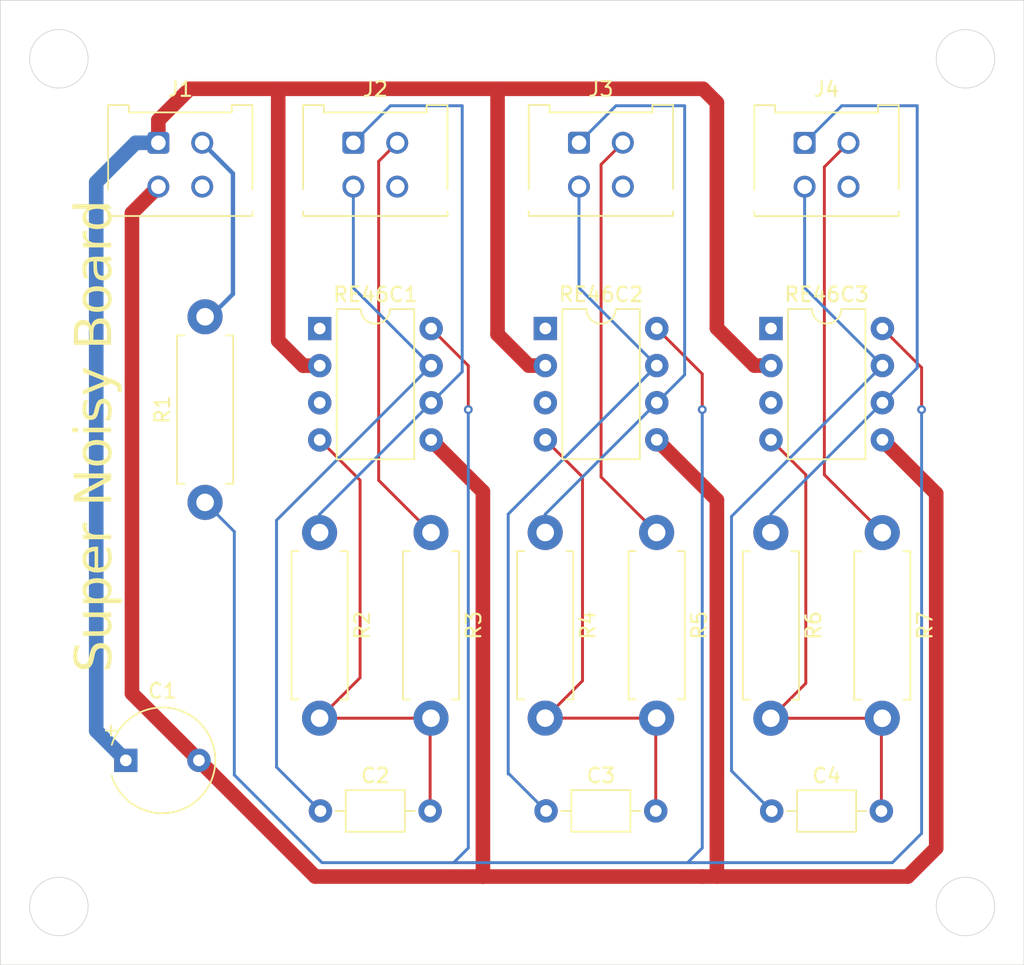
<source format=kicad_pcb>
(kicad_pcb (version 20221018) (generator pcbnew)
  (layers (0 "F.Cu" signal) (31 "B.Cu" signal) (34 "B.Paste" user) (35 "F.Paste" user) (36 "B.SilkS" user "B.Silkscreen") (37 "F.SilkS" user "F.Silkscreen") (38 "B.Mask" user) (39 "F.Mask" user) (44 "Edge.Cuts" user))
  (net 0 "")
  (net 1 "VDC")
  (net 2 "GND")
  (net 3 "Speaker1_M")
  (net 4 "Net-(RE46C1-FEED)")
  (net 5 "Speaker2_M")
  (net 6 "Net-(RE46C2-FEED)")
  (net 7 "Speaker3_M")
  (net 8 "Net-(RE46C3-FEED)")
  (net 9 "Enable")
  (net 11 "Speaker1_G")
  (net 12 "Speaker1_F")
  (net 14 "Speaker2_G")
  (net 15 "Speaker2_F")
  (net 17 "Speaker3_G")
  (net 18 "Speaker3_F")
  (net 22 "Net-(RE46C1-HRNEN)")
  (footprint "Package_DIP:DIP-8_W7.62mm" (layer "F.Cu") (at 149.7 59.45)
    (fp_text reference "RE46C3" (at 3.81 -2.33) (layer "F.SilkS"))
    (fp_text value "~")
    (fp_line (start 1.16 -1.33) (end 1.16 8.95) (stroke (width 0.12)) (layer "F.SilkS"))
    (fp_line (start 1.16 8.95) (end 6.46 8.95) (stroke (width 0.12)) (layer "F.SilkS"))
    (fp_line (start 2.81 -1.33) (end 1.16 -1.33) (stroke (width 0.12)) (layer "F.SilkS"))
    (fp_line (start 6.46 -1.33) (end 4.81 -1.33) (stroke (width 0.12)) (layer "F.SilkS"))
    (fp_line (start 6.46 8.95) (end 6.46 -1.33) (stroke (width 0.12)) (layer "F.SilkS"))
    (fp_arc (start 4.81 -1.33) (mid 3.81 -0.33) (end 2.81 -1.33) (stroke (width 0.12)) (layer "F.SilkS"))
    (pad "1" thru_hole rect (at 0 0) (size 1.6 1.6) (drill 0.8) (layers "*.Cu" "*.Mask"))
    (pad "2" thru_hole oval (at 0 2.54) (size 1.6 1.6) (drill 0.8) (layers "*.Cu" "*.Mask") (net 1 "VDC"))
    (pad "3" thru_hole oval (at 0 5.08) (size 1.6 1.6) (drill 0.8) (layers "*.Cu" "*.Mask"))
    (pad "4" thru_hole oval (at 0 7.62) (size 1.6 1.6) (drill 0.8) (layers "*.Cu" "*.Mask") (net 8 "Net-(RE46C3-FEED)"))
    (pad "5" thru_hole oval (at 7.62 7.62) (size 1.6 1.6) (drill 0.8) (layers "*.Cu" "*.Mask") (net 2 "GND"))
    (pad "6" thru_hole oval (at 7.62 5.08) (size 1.6 1.6) (drill 0.8) (layers "*.Cu" "*.Mask") (net 17 "Speaker3_G"))
    (pad "7" thru_hole oval (at 7.62 2.54) (size 1.6 1.6) (drill 0.8) (layers "*.Cu" "*.Mask") (net 7 "Speaker3_M"))
    (pad "8" thru_hole oval (at 7.62 0) (size 1.6 1.6) (drill 0.8) (layers "*.Cu" "*.Mask") (net 22 "Net-(RE46C1-HRNEN)"))
  )
  (footprint "Resistor_THT:R_Axial_DIN0411_L9.9mm_D3.6mm_P12.70mm_Horizontal" (layer "F.Cu") (at 149.69 73.42 -90)
    (fp_text reference "R6" (at 6.35 -2.92 90) (layer "F.SilkS"))
    (fp_text value "1.5M")
    (fp_line (start 1.28 -1.92) (end 11.42 -1.92) (stroke (width 0.12)) (layer "F.SilkS"))
    (fp_line (start 1.28 -1.44) (end 1.28 -1.92) (stroke (width 0.12)) (layer "F.SilkS"))
    (fp_line (start 1.28 1.44) (end 1.28 1.92) (stroke (width 0.12)) (layer "F.SilkS"))
    (fp_line (start 1.28 1.92) (end 11.42 1.92) (stroke (width 0.12)) (layer "F.SilkS"))
    (fp_line (start 11.42 -1.92) (end 11.42 -1.44) (stroke (width 0.12)) (layer "F.SilkS"))
    (fp_line (start 11.42 1.92) (end 11.42 1.44) (stroke (width 0.12)) (layer "F.SilkS"))
    (pad "1" thru_hole circle (at 0 0 270) (size 2.4 2.4) (drill 1.2) (layers "*.Cu" "*.Mask") (net 17 "Speaker3_G"))
    (pad "2" thru_hole oval (at 12.7 0 270) (size 2.4 2.4) (drill 1.2) (layers "*.Cu" "*.Mask") (net 8 "Net-(RE46C3-FEED)"))
  )
  (footprint "Connector_Molex:Molex_Micro-Fit_3.0_43045-0412_2x02_P3.00mm_Vertical" (layer "F.Cu") (at 121.14 46.745)
    (fp_text reference "J2" (at 1.5 -3.67) (layer "F.SilkS"))
    (fp_text value "Conn_01x04_Pin")
    (fp_line (start -3.435 -2.58) (end -2.015 -2.58) (stroke (width 0.12)) (layer "F.SilkS"))
    (fp_line (start -3.435 3.18) (end -3.435 -2.58) (stroke (width 0.12)) (layer "F.SilkS"))
    (fp_line (start -3.435 4.7) (end -3.435 5.01) (stroke (width 0.12)) (layer "F.SilkS"))
    (fp_line (start -3.435 5.01) (end 6.435 5.01) (stroke (width 0.12)) (layer "F.SilkS"))
    (fp_line (start -2.015 -2.58) (end -2.015 -2.08) (stroke (width 0.12)) (layer "F.SilkS"))
    (fp_line (start -2.015 -2.08) (end 5.015 -2.08) (stroke (width 0.12)) (layer "F.SilkS"))
    (fp_line (start 5.015 -2.58) (end 6.435 -2.58) (stroke (width 0.12)) (layer "F.SilkS"))
    (fp_line (start 5.015 -2.08) (end 5.015 -2.58) (stroke (width 0.12)) (layer "F.SilkS"))
    (fp_line (start 6.435 -2.58) (end 6.435 3.18) (stroke (width 0.12)) (layer "F.SilkS"))
    (fp_line (start 6.435 5.01) (end 6.435 4.7) (stroke (width 0.12)) (layer "F.SilkS"))
    (pad "" np_thru_hole circle (at -3 3.94) (size 1 1) (drill 1) (layers "*.Cu" "*.Mask"))
    (pad "" np_thru_hole circle (at 6 3.94) (size 1 1) (drill 1) (layers "*.Cu" "*.Mask"))
    (pad "1" thru_hole roundrect (at 0 0) (size 1.5 1.5) (drill 1) (layers "*.Cu" "*.Mask") (roundrect_rratio 0.166667) (net 11 "Speaker1_G"))
    (pad "2" thru_hole circle (at 3 0) (size 1.5 1.5) (drill 1) (layers "*.Cu" "*.Mask") (net 12 "Speaker1_F"))
    (pad "3" thru_hole circle (at 0 3) (size 1.5 1.5) (drill 1) (layers "*.Cu" "*.Mask") (net 3 "Speaker1_M"))
    (pad "4" thru_hole circle (at 3 3) (size 1.5 1.5) (drill 1) (layers "*.Cu" "*.Mask"))
  )
  (footprint "Resistor_THT:R_Axial_DIN0411_L9.9mm_D3.6mm_P12.70mm_Horizontal" (layer "F.Cu") (at 134.26 73.41 -90)
    (fp_text reference "R4" (at 6.35 -2.92 90) (layer "F.SilkS"))
    (fp_text value "1.5M")
    (fp_line (start 1.28 -1.92) (end 11.42 -1.92) (stroke (width 0.12)) (layer "F.SilkS"))
    (fp_line (start 1.28 -1.44) (end 1.28 -1.92) (stroke (width 0.12)) (layer "F.SilkS"))
    (fp_line (start 1.28 1.44) (end 1.28 1.92) (stroke (width 0.12)) (layer "F.SilkS"))
    (fp_line (start 1.28 1.92) (end 11.42 1.92) (stroke (width 0.12)) (layer "F.SilkS"))
    (fp_line (start 11.42 -1.92) (end 11.42 -1.44) (stroke (width 0.12)) (layer "F.SilkS"))
    (fp_line (start 11.42 1.92) (end 11.42 1.44) (stroke (width 0.12)) (layer "F.SilkS"))
    (pad "1" thru_hole circle (at 0 0 270) (size 2.4 2.4) (drill 1.2) (layers "*.Cu" "*.Mask") (net 14 "Speaker2_G"))
    (pad "2" thru_hole oval (at 12.7 0 270) (size 2.4 2.4) (drill 1.2) (layers "*.Cu" "*.Mask") (net 6 "Net-(RE46C2-FEED)"))
  )
  (footprint "Connector_Molex:Molex_Micro-Fit_3.0_43045-0412_2x02_P3.00mm_Vertical" (layer "F.Cu") (at 107.805 46.745)
    (fp_text reference "J1" (at 1.5 -3.67) (layer "F.SilkS"))
    (fp_text value "Conn_01x04_Pin")
    (fp_line (start -3.435 -2.58) (end -2.015 -2.58) (stroke (width 0.12)) (layer "F.SilkS"))
    (fp_line (start -3.435 3.18) (end -3.435 -2.58) (stroke (width 0.12)) (layer "F.SilkS"))
    (fp_line (start -3.435 4.7) (end -3.435 5.01) (stroke (width 0.12)) (layer "F.SilkS"))
    (fp_line (start -3.435 5.01) (end 6.435 5.01) (stroke (width 0.12)) (layer "F.SilkS"))
    (fp_line (start -2.015 -2.58) (end -2.015 -2.08) (stroke (width 0.12)) (layer "F.SilkS"))
    (fp_line (start -2.015 -2.08) (end 5.015 -2.08) (stroke (width 0.12)) (layer "F.SilkS"))
    (fp_line (start 5.015 -2.58) (end 6.435 -2.58) (stroke (width 0.12)) (layer "F.SilkS"))
    (fp_line (start 5.015 -2.08) (end 5.015 -2.58) (stroke (width 0.12)) (layer "F.SilkS"))
    (fp_line (start 6.435 -2.58) (end 6.435 3.18) (stroke (width 0.12)) (layer "F.SilkS"))
    (fp_line (start 6.435 5.01) (end 6.435 4.7) (stroke (width 0.12)) (layer "F.SilkS"))
    (pad "" np_thru_hole circle (at -3 3.94) (size 1 1) (drill 1) (layers "*.Cu" "*.Mask"))
    (pad "" np_thru_hole circle (at 6 3.94) (size 1 1) (drill 1) (layers "*.Cu" "*.Mask"))
    (pad "1" thru_hole roundrect (at 0 0) (size 1.5 1.5) (drill 1) (layers "*.Cu" "*.Mask") (roundrect_rratio 0.166667) (net 1 "VDC"))
    (pad "2" thru_hole circle (at 3 0) (size 1.5 1.5) (drill 1) (layers "*.Cu" "*.Mask") (net 9 "Enable"))
    (pad "3" thru_hole circle (at 0 3) (size 1.5 1.5) (drill 1) (layers "*.Cu" "*.Mask") (net 2 "GND"))
    (pad "4" thru_hole circle (at 3 3) (size 1.5 1.5) (drill 1) (layers "*.Cu" "*.Mask"))
  )
  (footprint "Capacitor_THT:CP_Radial_Tantal_D7.0mm_P5.00mm" (layer "F.Cu") (at 105.579862 89)
    (fp_text reference "C1" (at 2.5 -4.75) (layer "F.SilkS"))
    (fp_text value "1uF/50V")
    (fp_line (start -1.374723 -2.035) (end -0.674723 -2.035) (stroke (width 0.12)) (layer "F.SilkS"))
    (fp_line (start -1.024723 -2.385) (end -1.024723 -1.685) (stroke (width 0.12)) (layer "F.SilkS"))
    (fp_arc (start -0.961329 -1.06) (mid 6.12 0) (end -0.961329 1.06) (stroke (width 0.12)) (layer "F.SilkS"))
    (pad "1" thru_hole rect (at 0 0) (size 1.6 1.6) (drill 0.8) (layers "*.Cu" "*.Mask") (net 1 "VDC"))
    (pad "2" thru_hole circle (at 5 0) (size 1.6 1.6) (drill 0.8) (layers "*.Cu" "*.Mask") (net 2 "GND"))
  )
  (footprint "Connector_Molex:Molex_Micro-Fit_3.0_43045-0412_2x02_P3.00mm_Vertical" (layer "F.Cu") (at 136.57 46.74)
    (fp_text reference "J3" (at 1.5 -3.67) (layer "F.SilkS"))
    (fp_text value "Conn_01x04_Pin")
    (fp_line (start -3.435 -2.58) (end -2.015 -2.58) (stroke (width 0.12)) (layer "F.SilkS"))
    (fp_line (start -3.435 3.18) (end -3.435 -2.58) (stroke (width 0.12)) (layer "F.SilkS"))
    (fp_line (start -3.435 4.7) (end -3.435 5.01) (stroke (width 0.12)) (layer "F.SilkS"))
    (fp_line (start -3.435 5.01) (end 6.435 5.01) (stroke (width 0.12)) (layer "F.SilkS"))
    (fp_line (start -2.015 -2.58) (end -2.015 -2.08) (stroke (width 0.12)) (layer "F.SilkS"))
    (fp_line (start -2.015 -2.08) (end 5.015 -2.08) (stroke (width 0.12)) (layer "F.SilkS"))
    (fp_line (start 5.015 -2.58) (end 6.435 -2.58) (stroke (width 0.12)) (layer "F.SilkS"))
    (fp_line (start 5.015 -2.08) (end 5.015 -2.58) (stroke (width 0.12)) (layer "F.SilkS"))
    (fp_line (start 6.435 -2.58) (end 6.435 3.18) (stroke (width 0.12)) (layer "F.SilkS"))
    (fp_line (start 6.435 5.01) (end 6.435 4.7) (stroke (width 0.12)) (layer "F.SilkS"))
    (pad "" np_thru_hole circle (at -3 3.94) (size 1 1) (drill 1) (layers "*.Cu" "*.Mask"))
    (pad "" np_thru_hole circle (at 6 3.94) (size 1 1) (drill 1) (layers "*.Cu" "*.Mask"))
    (pad "1" thru_hole roundrect (at 0 0) (size 1.5 1.5) (drill 1) (layers "*.Cu" "*.Mask") (roundrect_rratio 0.166667) (net 14 "Speaker2_G"))
    (pad "2" thru_hole circle (at 3 0) (size 1.5 1.5) (drill 1) (layers "*.Cu" "*.Mask") (net 15 "Speaker2_F"))
    (pad "3" thru_hole circle (at 0 3) (size 1.5 1.5) (drill 1) (layers "*.Cu" "*.Mask") (net 5 "Speaker2_M"))
    (pad "4" thru_hole circle (at 3 3) (size 1.5 1.5) (drill 1) (layers "*.Cu" "*.Mask"))
  )
  (footprint "Resistor_THT:R_Axial_DIN0411_L9.9mm_D3.6mm_P12.70mm_Horizontal" (layer "F.Cu") (at 157.31 73.42 -90)
    (fp_text reference "R7" (at 6.35 -2.92 90) (layer "F.SilkS"))
    (fp_text value "150k")
    (fp_line (start 1.28 -1.92) (end 11.42 -1.92) (stroke (width 0.12)) (layer "F.SilkS"))
    (fp_line (start 1.28 -1.44) (end 1.28 -1.92) (stroke (width 0.12)) (layer "F.SilkS"))
    (fp_line (start 1.28 1.44) (end 1.28 1.92) (stroke (width 0.12)) (layer "F.SilkS"))
    (fp_line (start 1.28 1.92) (end 11.42 1.92) (stroke (width 0.12)) (layer "F.SilkS"))
    (fp_line (start 11.42 -1.92) (end 11.42 -1.44) (stroke (width 0.12)) (layer "F.SilkS"))
    (fp_line (start 11.42 1.92) (end 11.42 1.44) (stroke (width 0.12)) (layer "F.SilkS"))
    (pad "1" thru_hole circle (at 0 0 270) (size 2.4 2.4) (drill 1.2) (layers "*.Cu" "*.Mask") (net 18 "Speaker3_F"))
    (pad "2" thru_hole oval (at 12.7 0 270) (size 2.4 2.4) (drill 1.2) (layers "*.Cu" "*.Mask") (net 8 "Net-(RE46C3-FEED)"))
  )
  (footprint "Capacitor_THT:C_Axial_L3.8mm_D2.6mm_P7.50mm_Horizontal" (layer "F.Cu") (at 118.89 92.465)
    (fp_text reference "C2" (at 3.75 -2.42) (layer "F.SilkS"))
    (fp_text value "1200pF")
    (fp_line (start 1.04 0) (end 1.73 0) (stroke (width 0.12)) (layer "F.SilkS"))
    (fp_line (start 1.73 -1.42) (end 1.73 1.42) (stroke (width 0.12)) (layer "F.SilkS"))
    (fp_line (start 1.73 1.42) (end 5.77 1.42) (stroke (width 0.12)) (layer "F.SilkS"))
    (fp_line (start 5.77 -1.42) (end 1.73 -1.42) (stroke (width 0.12)) (layer "F.SilkS"))
    (fp_line (start 5.77 1.42) (end 5.77 -1.42) (stroke (width 0.12)) (layer "F.SilkS"))
    (fp_line (start 6.46 0) (end 5.77 0) (stroke (width 0.12)) (layer "F.SilkS"))
    (pad "1" thru_hole circle (at 0 0) (size 1.6 1.6) (drill 0.8) (layers "*.Cu" "*.Mask") (net 3 "Speaker1_M"))
    (pad "2" thru_hole oval (at 7.5 0) (size 1.6 1.6) (drill 0.8) (layers "*.Cu" "*.Mask") (net 4 "Net-(RE46C1-FEED)"))
  )
  (footprint "Connector_Molex:Molex_Micro-Fit_3.0_43045-0412_2x02_P3.00mm_Vertical" (layer "F.Cu") (at 152 46.75)
    (fp_text reference "J4" (at 1.5 -3.67) (layer "F.SilkS"))
    (fp_text value "Conn_01x04_Pin")
    (fp_line (start -3.435 -2.58) (end -2.015 -2.58) (stroke (width 0.12)) (layer "F.SilkS"))
    (fp_line (start -3.435 3.18) (end -3.435 -2.58) (stroke (width 0.12)) (layer "F.SilkS"))
    (fp_line (start -3.435 4.7) (end -3.435 5.01) (stroke (width 0.12)) (layer "F.SilkS"))
    (fp_line (start -3.435 5.01) (end 6.435 5.01) (stroke (width 0.12)) (layer "F.SilkS"))
    (fp_line (start -2.015 -2.58) (end -2.015 -2.08) (stroke (width 0.12)) (layer "F.SilkS"))
    (fp_line (start -2.015 -2.08) (end 5.015 -2.08) (stroke (width 0.12)) (layer "F.SilkS"))
    (fp_line (start 5.015 -2.58) (end 6.435 -2.58) (stroke (width 0.12)) (layer "F.SilkS"))
    (fp_line (start 5.015 -2.08) (end 5.015 -2.58) (stroke (width 0.12)) (layer "F.SilkS"))
    (fp_line (start 6.435 -2.58) (end 6.435 3.18) (stroke (width 0.12)) (layer "F.SilkS"))
    (fp_line (start 6.435 5.01) (end 6.435 4.7) (stroke (width 0.12)) (layer "F.SilkS"))
    (pad "" np_thru_hole circle (at -3 3.94) (size 1 1) (drill 1) (layers "*.Cu" "*.Mask"))
    (pad "" np_thru_hole circle (at 6 3.94) (size 1 1) (drill 1) (layers "*.Cu" "*.Mask"))
    (pad "1" thru_hole roundrect (at 0 0) (size 1.5 1.5) (drill 1) (layers "*.Cu" "*.Mask") (roundrect_rratio 0.166667) (net 17 "Speaker3_G"))
    (pad "2" thru_hole circle (at 3 0) (size 1.5 1.5) (drill 1) (layers "*.Cu" "*.Mask") (net 18 "Speaker3_F"))
    (pad "3" thru_hole circle (at 0 3) (size 1.5 1.5) (drill 1) (layers "*.Cu" "*.Mask") (net 7 "Speaker3_M"))
    (pad "4" thru_hole circle (at 3 3) (size 1.5 1.5) (drill 1) (layers "*.Cu" "*.Mask"))
  )
  (footprint "Capacitor_THT:C_Axial_L3.8mm_D2.6mm_P7.50mm_Horizontal" (layer "F.Cu") (at 134.32 92.46)
    (fp_text reference "C3" (at 3.75 -2.42) (layer "F.SilkS"))
    (fp_text value "1200pF")
    (fp_line (start 1.04 0) (end 1.73 0) (stroke (width 0.12)) (layer "F.SilkS"))
    (fp_line (start 1.73 -1.42) (end 1.73 1.42) (stroke (width 0.12)) (layer "F.SilkS"))
    (fp_line (start 1.73 1.42) (end 5.77 1.42) (stroke (width 0.12)) (layer "F.SilkS"))
    (fp_line (start 5.77 -1.42) (end 1.73 -1.42) (stroke (width 0.12)) (layer "F.SilkS"))
    (fp_line (start 5.77 1.42) (end 5.77 -1.42) (stroke (width 0.12)) (layer "F.SilkS"))
    (fp_line (start 6.46 0) (end 5.77 0) (stroke (width 0.12)) (layer "F.SilkS"))
    (pad "1" thru_hole circle (at 0 0) (size 1.6 1.6) (drill 0.8) (layers "*.Cu" "*.Mask") (net 5 "Speaker2_M"))
    (pad "2" thru_hole oval (at 7.5 0) (size 1.6 1.6) (drill 0.8) (layers "*.Cu" "*.Mask") (net 6 "Net-(RE46C2-FEED)"))
  )
  (footprint "Capacitor_THT:C_Axial_L3.8mm_D2.6mm_P7.50mm_Horizontal" (layer "F.Cu") (at 149.75 92.47)
    (fp_text reference "C4" (at 3.75 -2.42) (layer "F.SilkS"))
    (fp_text value "1200pF")
    (fp_line (start 1.04 0) (end 1.73 0) (stroke (width 0.12)) (layer "F.SilkS"))
    (fp_line (start 1.73 -1.42) (end 1.73 1.42) (stroke (width 0.12)) (layer "F.SilkS"))
    (fp_line (start 1.73 1.42) (end 5.77 1.42) (stroke (width 0.12)) (layer "F.SilkS"))
    (fp_line (start 5.77 -1.42) (end 1.73 -1.42) (stroke (width 0.12)) (layer "F.SilkS"))
    (fp_line (start 5.77 1.42) (end 5.77 -1.42) (stroke (width 0.12)) (layer "F.SilkS"))
    (fp_line (start 6.46 0) (end 5.77 0) (stroke (width 0.12)) (layer "F.SilkS"))
    (pad "1" thru_hole circle (at 0 0) (size 1.6 1.6) (drill 0.8) (layers "*.Cu" "*.Mask") (net 7 "Speaker3_M"))
    (pad "2" thru_hole oval (at 7.5 0) (size 1.6 1.6) (drill 0.8) (layers "*.Cu" "*.Mask") (net 8 "Net-(RE46C3-FEED)"))
  )
  (footprint "Resistor_THT:R_Axial_DIN0411_L9.9mm_D3.6mm_P12.70mm_Horizontal" (layer "F.Cu") (at 141.88 73.41 -90)
    (fp_text reference "R5" (at 6.35 -2.92 90) (layer "F.SilkS"))
    (fp_text value "150k")
    (fp_line (start 1.28 -1.92) (end 11.42 -1.92) (stroke (width 0.12)) (layer "F.SilkS"))
    (fp_line (start 1.28 -1.44) (end 1.28 -1.92) (stroke (width 0.12)) (layer "F.SilkS"))
    (fp_line (start 1.28 1.44) (end 1.28 1.92) (stroke (width 0.12)) (layer "F.SilkS"))
    (fp_line (start 1.28 1.92) (end 11.42 1.92) (stroke (width 0.12)) (layer "F.SilkS"))
    (fp_line (start 11.42 -1.92) (end 11.42 -1.44) (stroke (width 0.12)) (layer "F.SilkS"))
    (fp_line (start 11.42 1.92) (end 11.42 1.44) (stroke (width 0.12)) (layer "F.SilkS"))
    (pad "1" thru_hole circle (at 0 0 270) (size 2.4 2.4) (drill 1.2) (layers "*.Cu" "*.Mask") (net 15 "Speaker2_F"))
    (pad "2" thru_hole oval (at 12.7 0 270) (size 2.4 2.4) (drill 1.2) (layers "*.Cu" "*.Mask") (net 6 "Net-(RE46C2-FEED)"))
  )
  (footprint "Resistor_THT:R_Axial_DIN0411_L9.9mm_D3.6mm_P12.70mm_Horizontal" (layer "F.Cu") (at 126.45 73.415 -90)
    (fp_text reference "R3" (at 6.35 -2.92 90) (layer "F.SilkS"))
    (fp_text value "150k")
    (fp_line (start 1.28 -1.92) (end 11.42 -1.92) (stroke (width 0.12)) (layer "F.SilkS"))
    (fp_line (start 1.28 -1.44) (end 1.28 -1.92) (stroke (width 0.12)) (layer "F.SilkS"))
    (fp_line (start 1.28 1.44) (end 1.28 1.92) (stroke (width 0.12)) (layer "F.SilkS"))
    (fp_line (start 1.28 1.92) (end 11.42 1.92) (stroke (width 0.12)) (layer "F.SilkS"))
    (fp_line (start 11.42 -1.92) (end 11.42 -1.44) (stroke (width 0.12)) (layer "F.SilkS"))
    (fp_line (start 11.42 1.92) (end 11.42 1.44) (stroke (width 0.12)) (layer "F.SilkS"))
    (pad "1" thru_hole circle (at 0 0 270) (size 2.4 2.4) (drill 1.2) (layers "*.Cu" "*.Mask") (net 12 "Speaker1_F"))
    (pad "2" thru_hole oval (at 12.7 0 270) (size 2.4 2.4) (drill 1.2) (layers "*.Cu" "*.Mask") (net 4 "Net-(RE46C1-FEED)"))
  )
  (footprint "Package_DIP:DIP-8_W7.62mm" (layer "F.Cu") (at 118.84 59.455)
    (fp_text reference "RE46C1" (at 3.81 -2.33) (layer "F.SilkS"))
    (fp_text value "~")
    (fp_line (start 1.16 -1.33) (end 1.16 8.95) (stroke (width 0.12)) (layer "F.SilkS"))
    (fp_line (start 1.16 8.95) (end 6.46 8.95) (stroke (width 0.12)) (layer "F.SilkS"))
    (fp_line (start 2.81 -1.33) (end 1.16 -1.33) (stroke (width 0.12)) (layer "F.SilkS"))
    (fp_line (start 6.46 -1.33) (end 4.81 -1.33) (stroke (width 0.12)) (layer "F.SilkS"))
    (fp_line (start 6.46 8.95) (end 6.46 -1.33) (stroke (width 0.12)) (layer "F.SilkS"))
    (fp_arc (start 4.81 -1.33) (mid 3.81 -0.33) (end 2.81 -1.33) (stroke (width 0.12)) (layer "F.SilkS"))
    (pad "1" thru_hole rect (at 0 0) (size 1.6 1.6) (drill 0.8) (layers "*.Cu" "*.Mask"))
    (pad "2" thru_hole oval (at 0 2.54) (size 1.6 1.6) (drill 0.8) (layers "*.Cu" "*.Mask") (net 1 "VDC"))
    (pad "3" thru_hole oval (at 0 5.08) (size 1.6 1.6) (drill 0.8) (layers "*.Cu" "*.Mask"))
    (pad "4" thru_hole oval (at 0 7.62) (size 1.6 1.6) (drill 0.8) (layers "*.Cu" "*.Mask") (net 4 "Net-(RE46C1-FEED)"))
    (pad "5" thru_hole oval (at 7.62 7.62) (size 1.6 1.6) (drill 0.8) (layers "*.Cu" "*.Mask") (net 2 "GND"))
    (pad "6" thru_hole oval (at 7.62 5.08) (size 1.6 1.6) (drill 0.8) (layers "*.Cu" "*.Mask") (net 11 "Speaker1_G"))
    (pad "7" thru_hole oval (at 7.62 2.54) (size 1.6 1.6) (drill 0.8) (layers "*.Cu" "*.Mask") (net 3 "Speaker1_M"))
    (pad "8" thru_hole oval (at 7.62 0) (size 1.6 1.6) (drill 0.8) (layers "*.Cu" "*.Mask") (net 22 "Net-(RE46C1-HRNEN)"))
  )
  (footprint "Resistor_THT:R_Axial_DIN0411_L9.9mm_D3.6mm_P12.70mm_Horizontal" (layer "F.Cu") (at 111 71.35 90)
    (fp_text reference "R1" (at 6.35 -2.92 90) (layer "F.SilkS"))
    (fp_text value "10K")
    (fp_line (start 1.28 -1.92) (end 11.42 -1.92) (stroke (width 0.12)) (layer "F.SilkS"))
    (fp_line (start 1.28 -1.44) (end 1.28 -1.92) (stroke (width 0.12)) (layer "F.SilkS"))
    (fp_line (start 1.28 1.44) (end 1.28 1.92) (stroke (width 0.12)) (layer "F.SilkS"))
    (fp_line (start 1.28 1.92) (end 11.42 1.92) (stroke (width 0.12)) (layer "F.SilkS"))
    (fp_line (start 11.42 -1.92) (end 11.42 -1.44) (stroke (width 0.12)) (layer "F.SilkS"))
    (fp_line (start 11.42 1.92) (end 11.42 1.44) (stroke (width 0.12)) (layer "F.SilkS"))
    (pad "1" thru_hole circle (at 0 0 90) (size 2.4 2.4) (drill 1.2) (layers "*.Cu" "*.Mask") (net 22 "Net-(RE46C1-HRNEN)"))
    (pad "2" thru_hole oval (at 12.7 0 90) (size 2.4 2.4) (drill 1.2) (layers "*.Cu" "*.Mask") (net 9 "Enable"))
  )
  (footprint "Resistor_THT:R_Axial_DIN0411_L9.9mm_D3.6mm_P12.70mm_Horizontal" (layer "F.Cu") (at 118.83 73.415 -90)
    (fp_text reference "R2" (at 6.35 -2.92 90) (layer "F.SilkS"))
    (fp_text value "1.5M")
    (fp_line (start 1.28 -1.92) (end 11.42 -1.92) (stroke (width 0.12)) (layer "F.SilkS"))
    (fp_line (start 1.28 -1.44) (end 1.28 -1.92) (stroke (width 0.12)) (layer "F.SilkS"))
    (fp_line (start 1.28 1.44) (end 1.28 1.92) (stroke (width 0.12)) (layer "F.SilkS"))
    (fp_line (start 1.28 1.92) (end 11.42 1.92) (stroke (width 0.12)) (layer "F.SilkS"))
    (fp_line (start 11.42 -1.92) (end 11.42 -1.44) (stroke (width 0.12)) (layer "F.SilkS"))
    (fp_line (start 11.42 1.92) (end 11.42 1.44) (stroke (width 0.12)) (layer "F.SilkS"))
    (pad "1" thru_hole circle (at 0 0 270) (size 2.4 2.4) (drill 1.2) (layers "*.Cu" "*.Mask") (net 11 "Speaker1_G"))
    (pad "2" thru_hole oval (at 12.7 0 270) (size 2.4 2.4) (drill 1.2) (layers "*.Cu" "*.Mask") (net 4 "Net-(RE46C1-FEED)"))
  )
  (footprint "Package_DIP:DIP-8_W7.62mm" (layer "F.Cu") (at 134.27 59.45)
    (fp_text reference "RE46C2" (at 3.81 -2.33) (layer "F.SilkS"))
    (fp_text value "~")
    (fp_line (start 1.16 -1.33) (end 1.16 8.95) (stroke (width 0.12)) (layer "F.SilkS"))
    (fp_line (start 1.16 8.95) (end 6.46 8.95) (stroke (width 0.12)) (layer "F.SilkS"))
    (fp_line (start 2.81 -1.33) (end 1.16 -1.33) (stroke (width 0.12)) (layer "F.SilkS"))
    (fp_line (start 6.46 -1.33) (end 4.81 -1.33) (stroke (width 0.12)) (layer "F.SilkS"))
    (fp_line (start 6.46 8.95) (end 6.46 -1.33) (stroke (width 0.12)) (layer "F.SilkS"))
    (fp_arc (start 4.81 -1.33) (mid 3.81 -0.33) (end 2.81 -1.33) (stroke (width 0.12)) (layer "F.SilkS"))
    (pad "1" thru_hole rect (at 0 0) (size 1.6 1.6) (drill 0.8) (layers "*.Cu" "*.Mask"))
    (pad "2" thru_hole oval (at 0 2.54) (size 1.6 1.6) (drill 0.8) (layers "*.Cu" "*.Mask") (net 1 "VDC"))
    (pad "3" thru_hole oval (at 0 5.08) (size 1.6 1.6) (drill 0.8) (layers "*.Cu" "*.Mask"))
    (pad "4" thru_hole oval (at 0 7.62) (size 1.6 1.6) (drill 0.8) (layers "*.Cu" "*.Mask") (net 6 "Net-(RE46C2-FEED)"))
    (pad "5" thru_hole oval (at 7.62 7.62) (size 1.6 1.6) (drill 0.8) (layers "*.Cu" "*.Mask") (net 2 "GND"))
    (pad "6" thru_hole oval (at 7.62 5.08) (size 1.6 1.6) (drill 0.8) (layers "*.Cu" "*.Mask") (net 14 "Speaker2_G"))
    (pad "7" thru_hole oval (at 7.62 2.54) (size 1.6 1.6) (drill 0.8) (layers "*.Cu" "*.Mask") (net 5 "Speaker2_M"))
    (pad "8" thru_hole oval (at 7.62 0) (size 1.6 1.6) (drill 0.8) (layers "*.Cu" "*.Mask") (net 22 "Net-(RE46C1-HRNEN)"))
  )
  (gr_circle (center 163 41) (end 165 41) (stroke (width 0.05)) (fill none) (layer "Edge.Cuts"))
  (gr_circle (center 101 99) (end 103 99) (stroke (width 0.05)) (fill none) (layer "Edge.Cuts"))
  (gr_line (start 97 103) (end 167 103) (stroke (width 0.05)) (layer "Edge.Cuts"))
  (gr_circle (center 163 99) (end 165 99) (stroke (width 0.05)) (fill none) (layer "Edge.Cuts"))
  (gr_line (start 167 103) (end 167 37) (stroke (width 0.05)) (layer "Edge.Cuts"))
  (gr_line (start 167 37) (end 97 37) (stroke (width 0.05)) (layer "Edge.Cuts"))
  (gr_line (start 97 37) (end 97 103) (stroke (width 0.05)) (layer "Edge.Cuts"))
  (gr_circle (center 101 41) (end 103 41) (stroke (width 0.05)) (fill none) (layer "Edge.Cuts"))
  (gr_text "Super Noisy Board" (at 105 83 90) (layer "F.SilkS") (effects (font (size 2.5 2.5) (thickness 0.1)) (justify left bottom)))
  (segment (start 148.56863 61.99) (end 146 59.42137) (width 1) (layer "F.Cu") (net 1))
  (segment (start 117.70863 61.995) (end 116 60.28637) (width 1) (layer "F.Cu") (net 1))
  (segment (start 146 44) (end 145.05 43.05) (width 1) (layer "F.Cu") (net 1))
  (segment (start 116 60.28637) (end 116 43.05) (width 1) (layer "F.Cu") (net 1))
  (segment (start 116 43.05) (end 109.95 43.05) (width 1) (layer "F.Cu") (net 1))
  (segment (start 109.95 43.05) (end 107.805 45.195) (width 1) (layer "F.Cu") (net 1))
  (segment (start 145.05 43.05) (end 131 43.05) (width 1) (layer "F.Cu") (net 1))
  (segment (start 133.13863 61.99) (end 131 59.85137) (width 1) (layer "F.Cu") (net 1))
  (segment (start 146 59.42137) (end 146 44) (width 1) (layer "F.Cu") (net 1))
  (segment (start 131 43.05) (end 116 43.05) (width 1) (layer "F.Cu") (net 1))
  (segment (start 131 59.85137) (end 131 43.05) (width 1) (layer "F.Cu") (net 1))
  (segment (start 118.84 61.995) (end 117.70863 61.995) (width 1) (layer "F.Cu") (net 1))
  (segment (start 149.7 61.99) (end 148.56863 61.99) (width 1) (layer "F.Cu") (net 1))
  (segment (start 107.805 45.195) (end 107.805 46.745) (width 1) (layer "F.Cu") (net 1))
  (segment (start 134.27 61.99) (end 133.13863 61.99) (width 1) (layer "F.Cu") (net 1))
  (segment (start 103.555 49.445) (end 106.255 46.745) (width 1) (layer "B.Cu") (net 1))
  (segment (start 106.255 46.745) (end 107.805 46.745) (width 1) (layer "B.Cu") (net 1))
  (segment (start 103.555 86.975138) (end 103.555 49.445) (width 1) (layer "B.Cu") (net 1))
  (segment (start 105.579862 89) (end 103.555 86.975138) (width 1) (layer "B.Cu") (net 1))
  (segment (start 157.32 67.07) (end 161 70.75) (width 1) (layer "F.Cu") (net 2))
  (segment (start 141.89 67.07) (end 146 71.18) (width 1) (layer "F.Cu") (net 2))
  (segment (start 161 70.75) (end 161 95) (width 1) (layer "F.Cu") (net 2))
  (segment (start 130 96.95) (end 118.529862 96.95) (width 1) (layer "F.Cu") (net 2))
  (segment (start 106 51.55) (end 107.805 49.745) (width 1) (layer "F.Cu") (net 2))
  (segment (start 130 70.615) (end 130 96.95) (width 1) (layer "F.Cu") (net 2))
  (segment (start 159.05 96.95) (end 145 96.95) (width 1) (layer "F.Cu") (net 2))
  (segment (start 145 96.95) (end 130 96.95) (width 1) (layer "F.Cu") (net 2))
  (segment (start 146 71.18) (end 146 96.95) (width 1) (layer "F.Cu") (net 2))
  (segment (start 161 95) (end 159.05 96.95) (width 1) (layer "F.Cu") (net 2))
  (segment (start 126.46 67.075) (end 130 70.615) (width 1) (layer "F.Cu") (net 2))
  (segment (start 106 84.420138) (end 106 51.55) (width 1) (layer "F.Cu") (net 2))
  (segment (start 118.529862 96.95) (end 110.579862 89) (width 1) (layer "F.Cu") (net 2))
  (segment (start 110.579862 89) (end 106 84.420138) (width 1) (layer "F.Cu") (net 2))
  (segment (start 126.46 61.995) (end 121.14 56.675) (width 0.2) (layer "B.Cu") (net 3))
  (segment (start 121.14 56.675) (end 121.14 49.745) (width 0.2) (layer "B.Cu") (net 3))
  (segment (start 115.885 72.57) (end 126.46 61.995) (width 0.2) (layer "B.Cu") (net 3))
  (segment (start 118.89 92.465) (end 115.885 89.46) (width 0.2) (layer "B.Cu") (net 3))
  (segment (start 115.885 89.46) (end 115.885 72.57) (width 0.2) (layer "B.Cu") (net 3))
  (segment (start 121.6 69.835) (end 118.84 67.075) (width 0.2) (layer "F.Cu") (net 4))
  (segment (start 118.83 86.115) (end 121.6 83.345) (width 0.2) (layer "F.Cu") (net 4))
  (segment (start 126.45 86.115) (end 118.83 86.115) (width 0.2) (layer "F.Cu") (net 4))
  (segment (start 126.39 92.465) (end 126.39 86.175) (width 0.2) (layer "F.Cu") (net 4))
  (segment (start 121.6 83.345) (end 121.6 69.835) (width 0.2) (layer "F.Cu") (net 4))
  (segment (start 126.39 86.175) (end 126.45 86.115) (width 0.2) (layer "F.Cu") (net 4))
  (segment (start 131.73 89.93) (end 131.79 89.93) (width 0.2) (layer "B.Cu") (net 5))
  (segment (start 141.89 61.99) (end 136.57 56.67) (width 0.2) (layer "B.Cu") (net 5))
  (segment (start 131.79 89.93) (end 134.32 92.46) (width 0.2) (layer "B.Cu") (net 5))
  (segment (start 136.57 56.67) (end 136.57 49.74) (width 0.2) (layer "B.Cu") (net 5))
  (segment (start 131.73 72.15) (end 131.73 89.93) (width 0.2) (layer "B.Cu") (net 5))
  (segment (start 141.89 61.99) (end 131.73 72.15) (width 0.2) (layer "B.Cu") (net 5))
  (segment (start 136.81 69.61) (end 134.27 67.07) (width 0.2) (layer "F.Cu") (net 6))
  (segment (start 141.82 86.17) (end 141.88 86.11) (width 0.2) (layer "F.Cu") (net 6))
  (segment (start 134.26 86.11) (end 136.81 83.56) (width 0.2) (layer "F.Cu") (net 6))
  (segment (start 141.82 92.46) (end 141.82 86.17) (width 0.2) (layer "F.Cu") (net 6))
  (segment (start 136.81 83.56) (end 136.81 69.61) (width 0.2) (layer "F.Cu") (net 6))
  (segment (start 141.88 86.11) (end 134.26 86.11) (width 0.2) (layer "F.Cu") (net 6))
  (segment (start 152 56.67) (end 152 49.75) (width 0.2) (layer "B.Cu") (net 7))
  (segment (start 147 72.31) (end 157.32 61.99) (width 0.2) (layer "B.Cu") (net 7))
  (segment (start 147 89.72) (end 147 72.31) (width 0.2) (layer "B.Cu") (net 7))
  (segment (start 149.75 92.47) (end 147 89.72) (width 0.2) (layer "B.Cu") (net 7))
  (segment (start 157.32 61.99) (end 152 56.67) (width 0.2) (layer "B.Cu") (net 7))
  (segment (start 152.08 69.45) (end 149.7 67.07) (width 0.2) (layer "F.Cu") (net 8))
  (segment (start 157.25 92.47) (end 157.25 86.18) (width 0.2) (layer "F.Cu") (net 8))
  (segment (start 157.31 92.41) (end 157.25 92.47) (width 0.2) (layer "F.Cu") (net 8))
  (segment (start 157.25 86.18) (end 157.31 86.12) (width 0.2) (layer "F.Cu") (net 8))
  (segment (start 157.31 86.12) (end 149.69 86.12) (width 0.2) (layer "F.Cu") (net 8))
  (segment (start 149.69 86.12) (end 152.08 83.73) (width 0.2) (layer "F.Cu") (net 8))
  (segment (start 152.08 83.73) (end 152.08 69.45) (width 0.2) (layer "F.Cu") (net 8))
  (segment (start 111 58.65) (end 111 59) (width 0.3) (layer "B.Cu") (net 9))
  (segment (start 111 59) (end 112.905 57.095) (width 0.3) (layer "B.Cu") (net 9))
  (segment (start 112.905 57.095) (end 112.905 48.845) (width 0.3) (layer "B.Cu") (net 9))
  (segment (start 112.905 48.845) (end 110.805 46.745) (width 0.3) (layer "B.Cu") (net 9))
  (segment (start 128.585 44.21) (end 123.675 44.21) (width 0.2) (layer "B.Cu") (net 11))
  (segment (start 126.46 64.535) (end 128.585 62.41) (width 0.2) (layer "B.Cu") (net 11))
  (segment (start 118.83 72.165) (end 126.46 64.535) (width 0.2) (layer "B.Cu") (net 11))
  (segment (start 123.675 44.21) (end 121.14 46.745) (width 0.2) (layer "B.Cu") (net 11))
  (segment (start 128.585 62.41) (end 128.585 44.21) (width 0.2) (layer "B.Cu") (net 11))
  (segment (start 118.83 73.415) (end 118.83 72.165) (width 0.2) (layer "B.Cu") (net 11))
  (segment (start 122.87 69.835) (end 122.87 48.015) (width 0.2) (layer "F.Cu") (net 12))
  (segment (start 126.45 73.415) (end 122.87 69.835) (width 0.2) (layer "F.Cu") (net 12))
  (segment (start 122.87 48.015) (end 124.14 46.745) (width 0.2) (layer "F.Cu") (net 12))
  (segment (start 134.26 73.41) (end 134.26 72.16) (width 0.2) (layer "B.Cu") (net 14))
  (segment (start 134.26 72.16) (end 141.89 64.53) (width 0.2) (layer "B.Cu") (net 14))
  (segment (start 141.89 64.53) (end 143.795 62.625) (width 0.2) (layer "B.Cu") (net 14))
  (segment (start 139.1 44.21) (end 136.57 46.74) (width 0.2) (layer "B.Cu") (net 14))
  (segment (start 143.795 44.21) (end 139.1 44.21) (width 0.2) (layer "B.Cu") (net 14))
  (segment (start 143.795 62.625) (end 143.795 44.21) (width 0.2) (layer "B.Cu") (net 14))
  (segment (start 138.08 48.23) (end 139.57 46.74) (width 0.2) (layer "F.Cu") (net 15))
  (segment (start 141.88 73.41) (end 138.08 69.61) (width 0.2) (layer "F.Cu") (net 15))
  (segment (start 138.08 69.61) (end 138.08 48.23) (width 0.2) (layer "F.Cu") (net 15))
  (segment (start 149.69 73.42) (end 149.69 72.16) (width 0.2) (layer "B.Cu") (net 17))
  (segment (start 157.32 64.53) (end 159.7 62.15) (width 0.2) (layer "B.Cu") (net 17))
  (segment (start 154.54 44.21) (end 152 46.75) (width 0.2) (layer "B.Cu") (net 17))
  (segment (start 149.69 72.16) (end 157.32 64.53) (width 0.2) (layer "B.Cu") (net 17))
  (segment (start 159.7 62.15) (end 159.7 44.21) (width 0.2) (layer "B.Cu") (net 17))
  (segment (start 159.7 44.21) (end 154.54 44.21) (width 0.2) (layer "B.Cu") (net 17))
  (segment (start 157.31 73.42) (end 153.35 69.46) (width 0.2) (layer "F.Cu") (net 18))
  (segment (start 153.35 69.46) (end 153.35 48.4) (width 0.2) (layer "F.Cu") (net 18))
  (segment (start 153.35 48.4) (end 155 46.75) (width 0.2) (layer "F.Cu") (net 18))
  (segment (start 126.46 59.455) (end 129 61.995) (width 0.2) (layer "F.Cu") (net 22))
  (segment (start 160 65) (end 160 62.13) (width 0.2) (layer "F.Cu") (net 22))
  (segment (start 160 62.13) (end 157.32 59.45) (width 0.2) (layer "F.Cu") (net 22))
  (segment (start 145 62.56) (end 145 65) (width 0.2) (layer "F.Cu") (net 22))
  (segment (start 129 61.995) (end 129 65) (width 0.2) (layer "F.Cu") (net 22))
  (segment (start 141.89 59.45) (end 145 62.56) (width 0.2) (layer "F.Cu") (net 22))
  (via (at 129 65) (size 0.6) (drill 0.3) (layers "F.Cu" "B.Cu") (net 22))
  (via (at 145 65) (size 0.6) (drill 0.3) (layers "F.Cu" "B.Cu") (net 22))
  (via (at 160 65) (size 0.6) (drill 0.3) (layers "F.Cu" "B.Cu") (net 22))
  (segment (start 119 96) (end 113 90) (width 0.2) (layer "B.Cu") (net 22))
  (segment (start 145 95) (end 144 96) (width 0.2) (layer "B.Cu") (net 22))
  (segment (start 113 73.35) (end 111 71.35) (width 0.2) (layer "B.Cu") (net 22))
  (segment (start 129 96) (end 128 96) (width 0.2) (layer "B.Cu") (net 22))
  (segment (start 113 90) (end 113 73.35) (width 0.2) (layer "B.Cu") (net 22))
  (segment (start 158 96) (end 144 96) (width 0.2) (layer "B.Cu") (net 22))
  (segment (start 129 95) (end 128 96) (width 0.2) (layer "B.Cu") (net 22))
  (segment (start 160 65) (end 160 94) (width 0.2) (layer "B.Cu") (net 22))
  (segment (start 128 96) (end 119 96) (width 0.2) (layer "B.Cu") (net 22))
  (segment (start 145 65) (end 145 95) (width 0.2) (layer "B.Cu") (net 22))
  (segment (start 129 65) (end 129 95) (width 0.2) (layer "B.Cu") (net 22))
  (segment (start 160 94) (end 158 96) (width 0.2) (layer "B.Cu") (net 22))
  (segment (start 144 96) (end 129 96) (width 0.2) (layer "B.Cu") (net 22))
)
</source>
